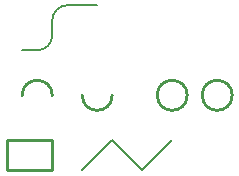
<source format=gbr>
G04 Test: Inch units - plotting operations*
G04 Tests linear and circular plotting in inches*
%FSLAX26Y26*%
%MOIN*%
G04 Define trace aperture*
%ADD10C,0.010*%
%ADD11C,0.008*%
G04 Linear traces*
D10*
G01*
X50000Y50000D02*
X200000Y50000D01*
X200000Y150000D01*
X50000Y150000D01*
X50000Y50000D01*
G04 Diagonal traces*
D11*
X300000Y50000D02*
X400000Y150000D01*
X500000Y50000D01*
X600000Y150000D01*
G04 Circular arcs - clockwise*
G75*
D10*
X100000Y300000D02*
G02*
X200000Y300000I50000J0D01*
G04 Circular arcs - counterclockwise*
X300000Y300000D02*
G03*
X400000Y300000I50000J0D01*
G04 Full circle (clockwise)*
X550000Y300000D02*
G02*
X550000Y300000I50000J0D01*
G04 Full circle (counterclockwise)*
X700000Y300000D02*
G03*
X700000Y300000I50000J0D01*
G04 S-curve with arcs*
D11*
X100000Y450000D02*
G01*
X150000Y450000D01*
G03*
X200000Y500000I0J50000D01*
G01*
X200000Y550000D01*
G02*
X250000Y600000I50000J0D01*
G01*
X350000Y600000D01*
M02*

</source>
